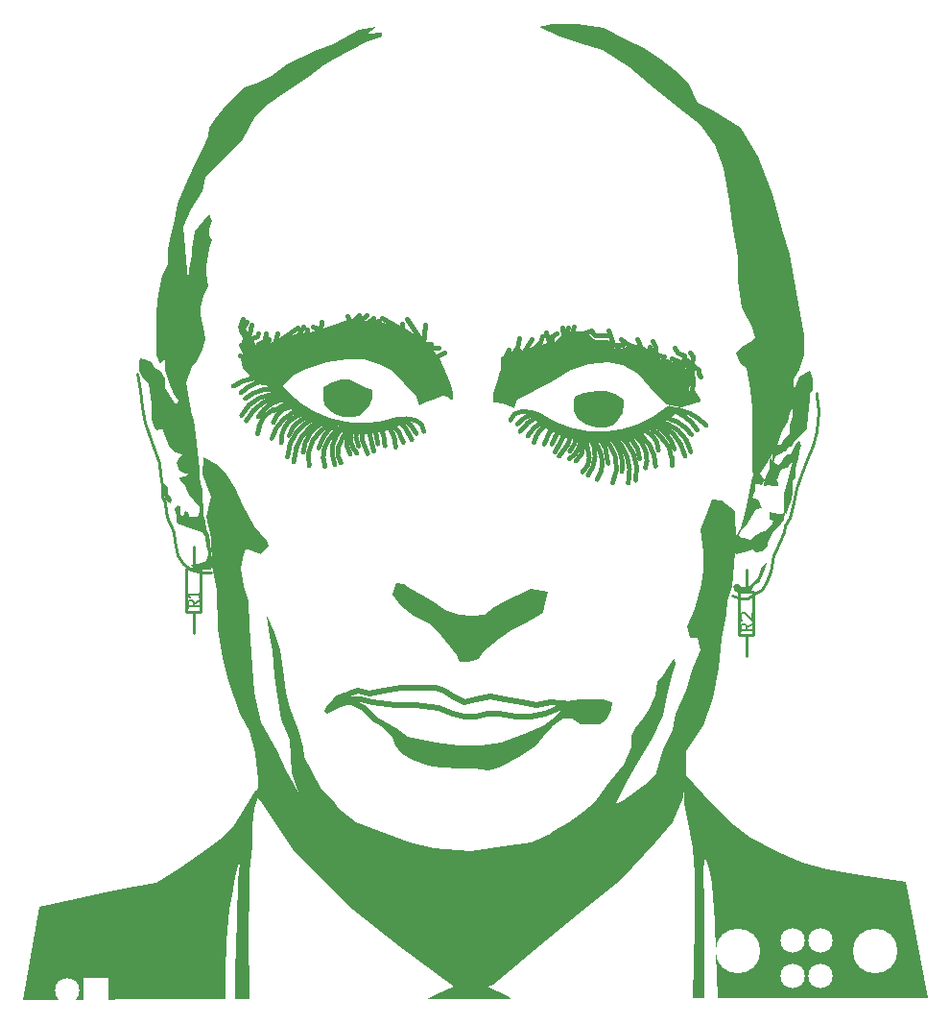
<source format=gto>
G04 start of page 2 for group 1 layer_idx 6 *
G04 Title: (unknown), top_silk *
G04 Creator: pcb-rnd 3.1.4-dev *
G04 CreationDate: 2024-02-11 09:55:08 UTC *
G04 For: STEM4ukraine *
G04 Format: Gerber/RS-274X *
G04 PCB-Dimensions: 334646 393701 *
G04 PCB-Coordinate-Origin: lower left *
%MOIN*%
%FSLAX25Y25*%
%LNTOP_SILK_NONE_1*%
%ADD44C,0.1550*%
%ADD43C,0.0850*%
%ADD42C,0.0070*%
%ADD41C,0.0800*%
%ADD40C,0.0150*%
%ADD39C,0.0200*%
%ADD38C,0.0100*%
%ADD37C,0.0001*%
G54D37*G36*
X263000Y212201D02*Y230701D01*
X262500Y237201D01*
X261000Y244701D01*
X259000Y246201D01*
X257500Y249701D01*
X259500Y252201D01*
X262500Y253701D01*
X264000Y255201D01*
X263000Y258701D01*
X259500Y265701D01*
X258000Y275201D01*
Y283201D01*
X256000Y294701D01*
X255000Y302701D01*
X253000Y314201D01*
X250000Y322201D01*
X245000Y329201D01*
X237500Y335201D01*
X229000Y341701D01*
X220500Y349201D01*
X211000Y355201D01*
X205500Y356701D01*
X195500Y360201D01*
X189000Y363201D01*
X193500Y364201D01*
X202500D01*
X211500Y362701D01*
X219000Y358701D01*
X225500Y355701D01*
X231500Y351701D01*
X237500Y347201D01*
X241000Y343201D01*
X244000Y336701D01*
X249500Y334201D01*
X259000Y328201D01*
X265000Y318201D01*
X270000Y305201D01*
X273500Y292701D01*
X276000Y284201D01*
X279000Y267201D01*
X281000Y256201D01*
Y249201D01*
X279500Y244201D01*
X277500Y240701D01*
Y236701D01*
X279500Y241701D01*
X283000Y243701D01*
X284000Y241201D01*
Y237201D01*
X281500Y234201D01*
X278500Y233201D01*
X276000Y229201D01*
X275500Y226201D01*
X273500Y222701D01*
X271500Y217201D01*
X268500Y212201D01*
X263500Y204701D01*
X263000Y212201D01*
G37*
G36*
X270500D02*X270000Y212701D01*
Y214701D01*
X270500Y216701D01*
X272000Y218201D01*
X273000D01*
X274000Y220201D01*
X275000Y220701D01*
X276000Y222201D01*
Y224701D01*
X277000Y227701D01*
Y231701D01*
X283000Y236701D01*
Y233701D01*
X282500Y228201D01*
X282000Y223701D01*
X280500Y221701D01*
X279000Y220701D01*
X277500Y218701D01*
X277000Y217701D01*
X275500Y217201D01*
X275000Y216201D01*
X274000Y215701D01*
X272500Y214701D01*
X271000Y214201D01*
X270500Y211701D01*
Y212201D01*
G37*
G36*
X267000Y204201D02*X267500Y205701D01*
X268000Y207701D01*
X269000Y209701D01*
Y212201D01*
X269500Y213701D01*
X270500Y212201D01*
X272000Y211201D01*
X273000Y211701D01*
X274000Y213701D01*
X275000Y214701D01*
X276500D01*
X277000Y216201D01*
X278000Y218201D01*
X279500Y219701D01*
X280000Y217701D01*
X279500Y215701D01*
X279000Y213201D01*
X278500Y211201D01*
X278000Y209701D01*
Y206701D01*
X277000Y205701D01*
Y201201D01*
X276500Y198201D01*
X275500Y195701D01*
X275000Y194201D01*
X274000Y195201D01*
Y201201D01*
X275500Y205701D01*
X276500Y209701D01*
X277000Y212201D01*
X276500Y211701D01*
X275500Y210201D01*
X273500Y209701D01*
X272500Y208201D01*
X272000Y206701D01*
X271500Y206201D01*
X272000Y204701D01*
Y203701D01*
X270000D01*
X269000Y204201D01*
X267000Y203701D01*
Y204201D01*
G37*
G36*
X265000Y208701D02*X266500Y207201D01*
X267500Y205701D01*
X266500Y204201D01*
X264500Y204701D01*
X264000Y203701D01*
Y202201D01*
X263000Y199701D01*
X265000Y199201D01*
X266500Y196201D01*
X264500Y195701D01*
X261500Y190701D01*
X259500Y188701D01*
X258500Y186701D01*
X259000Y185701D01*
X260000D01*
X262500Y185201D01*
X264500Y186701D01*
X266000Y187701D01*
X267500Y188201D01*
X270000Y190701D01*
X270500Y191701D01*
X269000Y192201D01*
Y194701D01*
X272000Y194201D01*
X273500D01*
X274500Y194701D01*
X274000Y192201D01*
X273000Y190701D01*
X270500Y188201D01*
X268500Y184201D01*
Y182701D01*
X266500Y181201D01*
X264500Y180701D01*
X263000Y181701D01*
X260000Y180701D01*
X257500Y180201D01*
X256500Y182201D01*
X257000Y185701D01*
X259000Y189201D01*
X260000Y192701D01*
X261000Y196701D01*
X262000Y201701D01*
X263000Y207201D01*
X265000Y208701D01*
G37*
G36*
X201500Y234701D02*X204500Y236201D01*
X209000Y236701D01*
X212000D01*
X215500Y235701D01*
X218500Y233701D01*
Y232201D01*
X218000Y229201D01*
X216500Y226701D01*
X215000Y225201D01*
X212500Y224201D01*
X209000D01*
X205500Y225201D01*
X202500Y227201D01*
X201000Y229701D01*
Y233201D01*
X201500Y234701D01*
G37*
G36*
X177500Y232201D02*X174500Y232701D01*
X173000D01*
Y235701D01*
X174500Y239701D01*
X175500Y243701D01*
X181000Y247701D01*
X188000Y251201D01*
X195000Y253701D01*
X202500Y254701D01*
X211000Y252701D01*
X217500Y249201D01*
X223500Y247701D01*
X231500Y244701D01*
X237500Y239701D01*
X242000Y236201D01*
X244000Y232701D01*
X238500Y231201D01*
X233000Y232201D01*
X227500Y238201D01*
X223500Y242701D01*
X218000Y245701D01*
X213000Y246701D01*
X206500Y246201D01*
X200000Y244201D01*
X193000Y239701D01*
X181500Y233701D01*
X180500Y230701D01*
X177500Y232201D01*
G37*
G36*
X115500Y124701D02*X114500Y125701D01*
X115500Y127701D01*
X117000Y129201D01*
X118000Y130701D01*
X121000Y132201D01*
X126000Y133201D01*
X123500Y132201D01*
X121000Y130701D01*
X121500Y129701D01*
X125000Y128201D01*
X123500Y127701D01*
X122000D01*
X120000Y127201D01*
X116000Y125201D01*
X115500Y124701D01*
G37*
G36*
X133500Y122201D02*X138000Y119201D01*
X143000Y115701D01*
X149500Y114201D01*
X160000Y112701D01*
X168000D01*
X176500Y113701D01*
X183500Y116701D01*
X192000Y120201D01*
X198000Y126201D01*
X193500Y120201D01*
X190500Y116701D01*
X188000Y113701D01*
X182000Y109701D01*
X175000Y106201D01*
X171500Y105201D01*
X166500Y105701D01*
X162000D01*
X155000Y106201D01*
X150500Y106701D01*
X145000Y108701D01*
X141500Y110701D01*
X139000Y113701D01*
X138000Y116701D01*
X132000Y122701D01*
X133500Y122201D01*
G37*
G36*
X154000Y27701D02*X156500Y28701D01*
X159500Y30201D01*
X171000D01*
X178000Y26701D01*
X179500Y25701D01*
X150000D01*
X152000Y26701D01*
X154000Y27701D01*
G37*
G36*
X256500Y168701D02*X257000Y169701D01*
X258000D01*
X259500Y168701D01*
X262000Y169201D01*
X263500Y170201D01*
X265000Y172201D01*
X266500Y175701D01*
X268500Y177701D01*
X267000Y174201D01*
X265500Y170201D01*
X264000Y169701D01*
X262500Y167201D01*
X261500Y166701D01*
X258500D01*
X257000Y167201D01*
X256500Y168701D01*
G37*
G36*
X194000Y122201D02*X198000Y125701D01*
X199500Y129201D01*
X198500D01*
X203000Y129701D01*
X211500D01*
X214500Y128701D01*
X214000Y126201D01*
X212500Y122701D01*
X210000Y121201D01*
X203500D01*
X200500Y123201D01*
X197500D01*
X194000Y121201D01*
Y122201D01*
G37*
G36*
X229000Y102201D02*X231000Y109201D01*
X232500Y113201D01*
X235500Y119201D01*
X236500Y124701D01*
X240000Y132701D01*
X242000Y139701D01*
X245000Y146701D01*
X244000Y151201D01*
X241500D01*
X240500Y155201D01*
X243000Y161201D01*
X245500Y169701D01*
X246000Y174701D01*
Y180701D01*
X245000Y188701D01*
X247000Y193701D01*
X249000Y199201D01*
X252500Y198701D01*
X257000Y195201D01*
X257500Y184701D01*
X256000Y168701D01*
X254500Y164201D01*
X254000Y159201D01*
X252500Y150701D01*
X251500Y140701D01*
X249500Y130201D01*
X246000Y120701D01*
X240000Y111701D01*
X229000Y102201D01*
G37*
G36*
X193500Y83701D02*X199500Y87201D01*
X204500Y90701D01*
X208500Y94201D01*
X212500Y99701D01*
X218500Y107201D01*
X221000Y113201D01*
Y117201D01*
X222500Y119701D01*
X225000Y123201D01*
X227000Y126201D01*
X229500Y131201D01*
X230000Y135701D01*
X232000Y138201D01*
X234500Y141701D01*
X236000Y144201D01*
X236500Y141701D01*
X235000Y137701D01*
X233500Y131201D01*
X232000Y124201D01*
X228000Y115701D01*
X223500Y108201D01*
X219500Y101201D01*
X215500Y93201D01*
X213000Y88701D01*
X210000Y83701D01*
X188000Y75201D01*
X189500Y77701D01*
X193500Y83701D01*
G37*
G36*
X125500Y87201D02*X136000Y83201D01*
X144000Y80201D01*
X152500Y78201D01*
X165500Y77201D01*
X176500Y78701D01*
X186500Y80201D01*
X194500Y83701D01*
X218500Y94701D01*
X227000Y101201D01*
X232500Y107201D01*
X240000Y112201D01*
Y104701D01*
X239000Y95701D01*
X235500Y87201D01*
X229500Y80201D01*
X217500Y67201D01*
X202500Y55201D01*
X191500Y46201D01*
X173000Y30701D01*
X170500Y29701D01*
X159500Y30201D01*
X140500Y44201D01*
X124500Y56701D01*
X103500Y77701D01*
X92000Y94701D01*
X119000Y92201D01*
X125500Y87201D01*
G37*
G36*
X86000Y178701D02*X85500Y175201D01*
X86500Y169201D01*
X88000Y163701D01*
X88500Y155201D01*
X89500Y141201D01*
X90000Y132201D01*
X92500Y121701D01*
X98000Y111701D01*
X101000Y105201D01*
X108000Y92701D01*
X106500Y88701D01*
X96000Y89701D01*
X91000Y95701D01*
X91500Y101701D01*
X90500Y111201D01*
X88500Y118701D01*
X85000Y124701D01*
X81000Y136201D01*
X79000Y144201D01*
X77500Y154201D01*
X77000Y167701D01*
X75500Y176201D01*
X75000Y185701D01*
X73500Y193201D01*
X75000Y200201D01*
X72000Y207701D01*
X72500Y213701D01*
X77500Y211201D01*
X80500Y207701D01*
X83500Y203201D01*
X86000Y197201D01*
X90000Y189701D01*
X94500Y184701D01*
X95000Y183201D01*
X92500Y180201D01*
X87000Y182201D01*
X86000Y178701D01*
G37*
G36*
X97000Y153201D02*X99000Y147201D01*
X100000Y140201D01*
X101000Y132201D01*
X102500Y126701D01*
X105500Y119201D01*
X107000Y113201D01*
X107500Y109701D01*
X110000Y104701D01*
X113000Y99201D01*
X117500Y94701D01*
X119500Y91701D01*
X120000Y85701D01*
X110500Y90201D01*
X107000Y92701D01*
X103000Y104201D01*
X102500Y115701D01*
X99500Y122701D01*
X98000Y131201D01*
X97000Y138201D01*
X96500Y146701D01*
X95500Y151701D01*
X94500Y158701D01*
X97000Y153201D01*
G37*
G36*
X160500Y145201D02*X158000Y148201D01*
X155000Y151701D01*
X151500Y155701D01*
X145500Y158701D01*
X141000Y162201D01*
X138000Y166201D01*
X139500Y170201D01*
X142000Y169701D01*
X144500Y168201D01*
X148000Y166201D01*
X152000Y163701D01*
X156500Y160701D01*
X161000Y159201D01*
X166000Y158701D01*
X170000Y159201D01*
X173500Y161701D01*
X177000Y163701D01*
X186000Y168201D01*
X192000Y167201D01*
X191000Y163201D01*
X190500Y159701D01*
X184000Y156201D01*
X179500Y153701D01*
X175000Y150701D01*
X169500Y146201D01*
X168000Y143701D01*
X164500Y142701D01*
X161500D01*
X160500Y145201D01*
G37*
G36*
X69000Y208201D02*X66000D01*
X64000Y209201D01*
X63000Y211701D01*
X64000Y213701D01*
X65000Y214701D01*
X62000Y215701D01*
X60500Y217701D01*
X59000Y221201D01*
X58000Y223701D01*
X56000Y223201D01*
X55500Y224201D01*
X54500Y227201D01*
Y232201D01*
X54000Y234701D01*
X53500Y239201D01*
X51000Y241701D01*
X50000Y243701D01*
Y246701D01*
X50500Y248201D01*
X52000Y247701D01*
X54500Y246701D01*
X55500Y244701D01*
X57500Y243701D01*
X59000Y241201D01*
Y237701D01*
X62000Y233201D01*
X63000Y232201D01*
X64000Y233701D01*
X67500Y231701D01*
X69000Y226701D01*
X70000Y218701D01*
X71000Y209701D01*
X69000Y208201D01*
G37*
G36*
X70500Y176701D02*X73500Y177701D01*
X74000Y179701D01*
Y181201D01*
X73500Y182701D01*
X73000Y186201D01*
X72000Y187701D01*
X71000Y188201D01*
X68000Y189201D01*
X66000Y189701D01*
X65500Y190201D01*
X63500Y190701D01*
X63000Y191701D01*
Y193701D01*
X62500Y195701D01*
X63500Y197201D01*
X64500Y196701D01*
Y194201D01*
X65500Y193201D01*
X66000Y195201D01*
X67000Y194701D01*
X67500Y193701D01*
Y193201D01*
X70500D01*
X71000Y194701D01*
Y196701D01*
X69000Y198701D01*
X67500Y200701D01*
X66500Y202701D01*
X66000Y204201D01*
X64500Y205701D01*
X64000Y206701D01*
X66000Y207201D01*
X67500Y208201D01*
X68500Y209201D01*
X71000Y209701D01*
Y207201D01*
X71500Y204701D01*
X72000Y202701D01*
Y199201D01*
X72500Y196701D01*
Y193701D01*
X73000Y191701D01*
X73500Y188701D01*
X74500Y186701D01*
X75500Y178201D01*
Y176201D01*
X75000Y174701D01*
X72500D01*
X70000Y175201D01*
X68000Y176201D01*
X67500D01*
X70500Y176701D01*
G37*
G36*
X59500Y198701D02*X59000Y199701D01*
X58500Y201201D01*
Y205201D01*
X60000Y203201D01*
Y201201D01*
X61000Y200201D01*
X61500Y198701D01*
X61000Y197701D01*
X59500Y198701D01*
G37*
G36*
X41732Y25638D02*X9646D01*
X15354Y57724D01*
X38583Y62843D01*
X41732Y25638D01*
G37*
G36*
X90000Y91701D02*X89500Y85701D01*
Y79201D01*
X88500Y69701D01*
Y62201D01*
X88000Y50201D01*
Y42201D01*
X88500Y33201D01*
Y25701D01*
X83500D01*
Y35201D01*
X84000Y53201D01*
X84500Y66701D01*
X85000Y73201D01*
X84500Y72201D01*
X83500Y68201D01*
X82500Y61701D01*
X81500Y56701D01*
X80500Y45701D01*
X80000Y34701D01*
Y25701D01*
X22500D01*
Y59201D01*
X38000Y62701D01*
X48500Y64701D01*
X56000Y66201D01*
X64000Y71201D01*
X74000Y78201D01*
X79500Y82201D01*
X83000Y86201D01*
X89000Y95701D01*
X90500Y98201D01*
X91500D01*
X91000Y95201D01*
X90000Y91701D01*
G37*
G36*
X146500Y234701D02*X138000Y243701D01*
X133500Y246201D01*
X128000Y247701D01*
X122000D01*
X115000Y246701D01*
X107500Y244201D01*
X103500Y242201D01*
X100500Y239201D01*
X99000Y235201D01*
X97500Y236701D01*
X94000Y238701D01*
X91000Y239201D01*
X86000Y244701D01*
X85500Y248201D01*
X88500Y247701D01*
X93000Y250701D01*
X96500Y253701D01*
X102500Y256201D01*
X109500Y257201D01*
X116000Y259201D01*
X123500Y261701D01*
X133500Y260701D01*
X142000Y258701D01*
X150500Y253201D01*
X154500Y248201D01*
X157000Y242201D01*
X158500Y238701D01*
X159000Y236201D01*
Y233701D01*
X158500D01*
X157500Y234701D01*
X155500Y235201D01*
X153000Y234201D01*
X150000Y233201D01*
X147500Y231701D01*
X146500Y234701D01*
G37*
G36*
X67000Y274701D02*X67500Y279201D01*
X68500Y283701D01*
Y286201D01*
X69500Y292201D01*
X72500Y295701D01*
X74500Y298201D01*
X75500Y295701D01*
X74500Y293201D01*
Y290701D01*
X75500Y289201D01*
X74500Y286201D01*
X73500Y280201D01*
Y277701D01*
X74000Y273201D01*
X72500Y269701D01*
X71500Y265701D01*
Y263201D01*
X72500Y258701D01*
X73000Y254701D01*
X72000Y251201D01*
X70000Y247201D01*
X68500Y245201D01*
X66500Y239701D01*
X67000Y235701D01*
X68000Y230201D01*
X63500Y233701D01*
X62000Y235701D01*
X60500Y239701D01*
X59000Y244201D01*
Y248201D01*
X57500Y246201D01*
X56000Y249201D01*
Y263201D01*
X56500Y268201D01*
X57000Y272201D01*
X58000Y276701D01*
X60000Y280701D01*
Y286201D01*
X61000Y290701D01*
X62500Y296201D01*
X63500Y301701D01*
X66000Y308201D01*
X69000Y314701D01*
X72000Y320701D01*
X74000Y325201D01*
X74500Y328201D01*
X76500Y331201D01*
X80500Y336201D01*
X86500Y342201D01*
X91500Y343701D01*
X96000Y346201D01*
X101500Y350201D01*
X111000Y354701D01*
X117500Y357201D01*
X126500Y362201D01*
X132500Y363201D01*
X129500Y360701D01*
X134500Y361201D01*
Y359701D01*
X129500Y358201D01*
X123000Y354701D01*
X118000Y352201D01*
X114000Y349701D01*
X109500Y346201D01*
X100500Y340201D01*
X94000Y335701D01*
X90500Y332201D01*
X86000Y324201D01*
X77000Y315201D01*
X73000Y310701D01*
X72000Y306201D01*
X68000Y299701D01*
X65500Y293701D01*
X67000Y274701D01*
G37*
G36*
X117000Y239701D02*X120000Y240701D01*
X123000D01*
X126500Y239201D01*
X128500Y238201D01*
X131000Y237201D01*
Y234201D01*
X130000Y231701D01*
X128500Y229701D01*
X126500Y228201D01*
X124000Y227701D01*
X121000D01*
X118000Y228701D01*
X116000Y230201D01*
X114500Y232201D01*
X114000Y234201D01*
Y238201D01*
X117000Y239701D01*
G37*
G36*
X316535Y66386D02*X324016Y26228D01*
X292520D01*
X300787Y68748D01*
X316535Y66386D01*
G37*
G36*
X246000Y96701D02*X255500Y87201D01*
X262500Y81701D01*
X272000Y76701D01*
X280500Y73201D01*
X289000Y70701D01*
X304500Y68201D01*
X308000Y67701D01*
Y26201D01*
X251000D01*
X250500Y41701D01*
X250000Y52701D01*
X249000Y65701D01*
X248000Y71201D01*
X247000Y74201D01*
X246500D01*
X246000Y69701D01*
X246500Y58701D01*
Y26201D01*
X242500D01*
X243000Y51201D01*
Y69201D01*
X242500Y78201D01*
X240500Y88701D01*
X239500Y93701D01*
Y99201D01*
X239000Y104201D01*
X239500D01*
X246000Y96701D01*
G37*
G54D38*X65500Y176701D02*X63500Y179701D01*
X62500Y184701D01*
X62000Y187701D01*
X61000Y190201D01*
X75000Y173701D02*X72000D01*
X68000Y174701D01*
X65500Y176701D01*
X71500Y175201D02*X66500D01*
X69000Y152701D02*Y160201D01*
X66500D02*X71500D01*
X66500D02*Y175201D01*
X71500D02*Y160201D01*
G54D39*X188000Y127701D02*X193000Y128701D01*
X183000D02*X188000Y127701D01*
X186000Y123701D02*X191000Y124701D01*
X184000Y116701D02*X191000Y119701D01*
X196000Y126701D02*X198000D01*
X195000Y122701D02*X198000Y125701D01*
X191000Y119701D02*X195000Y122701D01*
X198000Y126701D02*Y125701D01*
X193000Y128701D02*X200000Y128201D01*
X191000Y124701D02*X198500Y127701D01*
X181000Y123701D02*X186000D01*
X175000Y124701D02*X181000Y123701D01*
X176000Y113701D02*X184000Y116701D01*
X169000Y112701D02*X176000Y113701D01*
X171000Y124701D02*X175000D01*
X167000Y123701D02*X171000Y124701D01*
X177000Y129701D02*X183000Y128701D01*
G54D38*X258500Y152201D02*Y167201D01*
X263500D02*Y152201D01*
X261000Y144701D02*Y152201D01*
Y167201D02*Y174701D01*
X258500Y152201D02*X263500D01*
Y167201D02*X258500D01*
G54D39*X172000Y130701D02*X177000Y129701D01*
X167000D02*X172000Y130701D01*
X127000Y129701D02*X120000D01*
X130000Y131701D02*X135000Y132701D01*
X126000D02*X130000Y131701D01*
X123000D02*X126000Y132701D01*
X120000Y129701D02*X123000Y131701D01*
X153000Y133701D02*X156000Y132701D01*
X141000Y133701D02*X153000D01*
X135000Y132701D02*X141000Y133701D01*
X163000Y128701D02*X167000Y129701D01*
X159000Y130701D02*X163000Y128701D01*
X156000Y132701D02*X159000Y130701D01*
X131000Y128701D02*X127000Y129701D01*
X124000Y128701D02*X128000Y126701D01*
X120000Y129701D02*X124000Y128701D01*
X132000Y122701D02*X128000Y126701D01*
X139000Y127701D02*X131000Y128701D01*
X139000Y118701D02*X132000Y122701D01*
X143000Y115701D02*X139000Y118701D01*
X153000Y113701D02*X143000Y115701D01*
X161000Y112701D02*X153000Y113701D01*
X161000Y112701D02*X169000D01*
X146000Y127701D02*X139000D01*
X154000Y126701D02*X146000Y127701D01*
X159000Y124701D02*X154000Y126701D01*
X163000Y123701D02*X159000Y124701D01*
X163000Y123701D02*X167000D01*
G54D38*X61000Y190201D02*X60000Y192201D01*
X59500Y194701D01*
X59000Y198201D01*
G54D40*X85000Y249201D02*X87750Y248201D01*
X96655Y230325D02*X102281Y233231D01*
X91707Y224676D02*X91060Y222262D01*
G54D38*X282000Y213201D02*X280000Y207701D01*
X278500Y203201D01*
G54D40*X156000Y250201D02*X153500Y248701D01*
X231683Y220438D02*X227000Y224701D01*
X235000Y213701D02*Y211201D01*
X198500Y223201D02*X194500Y215701D01*
X129422Y224406D02*X131344Y216126D01*
G54D38*X286000Y229701D02*X285500Y222701D01*
X284000Y217701D01*
X278500Y203201D02*X277500Y198201D01*
G54D40*X85000Y259201D02*X88026Y255674D01*
X86000Y261701D02*X85000Y259201D01*
X85500Y257701D02*X87500Y260701D01*
X89000Y259701D02*X88500Y256701D01*
X90315Y250016D02*X87250Y254451D01*
X87500Y254534D02*X85500Y257701D01*
X88500Y256701D02*X87500Y254534D01*
X89000Y248201D02*X90315Y250016D01*
X86781Y252982D02*X89000Y248201D01*
X91675Y248875D02*X86781Y252982D01*
X91500Y253201D02*X93583Y254201D01*
X88026Y255674D02*X91500Y249201D01*
X91000Y255701D02*X91500Y256701D01*
X86500Y254201D02*X91000Y255701D01*
X93583Y254201D02*X91675Y248875D01*
X91500Y249201D02*Y253201D01*
X88000Y247701D02*X86500Y254201D01*
X85500Y252701D02*X88000Y247701D01*
X95000Y254701D02*X94500Y251201D01*
X97000Y253201D02*X105000Y258701D01*
X98000Y256701D02*X97000Y253201D01*
X107000Y259201D02*X105000Y255701D01*
X113000Y258201D02*X113500Y260701D01*
X110500Y259201D02*X113000Y258201D01*
X108500D02*X108000Y256201D01*
X129000Y260201D02*X133500Y261201D01*
X141500Y258201D02*Y260201D01*
X134500Y262201D02*X141500Y258201D01*
X154000Y251701D02*X151000D01*
X148844Y253201D02*X151500D01*
X149500Y259701D02*X148844Y253201D01*
X148500Y253701D02*X143000Y261701D01*
X131500Y262201D02*X129000Y260201D01*
Y263201D02*X125500Y260201D01*
X126500Y263201D02*X123500Y260201D01*
X122500Y262701D01*
X94000Y256701D02*X93000Y250701D01*
X187500Y251701D02*X183174Y249527D01*
X189500Y253701D02*X187500Y251701D01*
X190000Y255701D02*X189500Y253701D01*
X183174Y249527D02*X192643Y253201D01*
X193500Y255701D02*Y253701D01*
X192500D02*X193000Y252201D01*
X191500Y257201D02*X192500Y253701D01*
X182000Y250701D02*X179500Y246201D01*
X182000Y247701D02*Y250701D01*
X178000Y245201D02*X180000Y250201D01*
X178500Y251201D02*X178000Y245201D01*
X176500Y247201D02*X178500Y251201D01*
X176500Y243201D02*Y248201D01*
X186500Y254701D02*X182000Y247701D01*
X181500Y251701D02*X182000Y255201D01*
X180000Y250201D02*X181500Y251701D01*
G54D39*X204000Y254701D02*X197500Y254201D01*
G54D40*X200500Y255701D01*
X195000Y256701D02*X193500Y255701D01*
X192500Y251201D02*X197000Y255451D01*
X199000Y258701D02*X197500Y254201D01*
X200500Y257201D02*X197500Y255701D01*
X201000Y259201D02*X200500Y257201D01*
X197500Y255701D02*X197000Y258701D01*
G54D39*X211000Y252701D02*X204000Y254701D01*
G54D40*X213643Y256201D02*X208500D01*
X214500Y254201D02*X213000Y257701D01*
G54D39*X217500Y249201D02*X211000Y252701D01*
G54D40*X215500D02*X217000Y250701D01*
X214000Y252701D02*X218000D01*
X212500Y253701D02*X214000Y252701D01*
X217500Y254701D02*X220000Y252701D01*
X207500Y253701D02*X212500D01*
X205000Y256901D02*X207500Y253701D01*
X204500Y256701D02*X200400Y256801D01*
X207000Y257701D02*X204500Y256701D01*
X208500Y256201D02*X207000Y257701D01*
X219000Y251201D02*X220500Y252301D01*
X217000Y250701D02*X219000Y251201D01*
X220000Y252701D02*X223500Y251701D01*
G54D41*X221500Y248701D02*X224000Y247201D01*
G54D40*X225500Y251034D02*X226000Y248701D01*
X227500Y252201D02*X228500Y246201D01*
X226000Y250701D02*X228000Y251201D01*
X224500Y251701D02*X226000Y250701D01*
X223000Y254701D02*X224500Y251701D01*
X229500Y252201D02*Y248701D01*
X228000Y251201D02*X230500Y249201D01*
X228500Y254201D02*X229500Y252201D01*
X200500Y255701D02*X205746Y255946D01*
G54D38*X285500Y236201D02*Y235201D01*
X286000Y229701D01*
X284000Y217701D02*X282000Y213201D01*
G54D40*X233500Y247201D02*X235000Y246201D01*
X231500Y247201D02*X233500D01*
X235000Y248201D02*X237500Y247201D01*
G54D41*X236500Y242201D02*X229500Y243701D01*
G54D40*X235000Y246201D02*X240500Y247401D01*
X237500Y247201D02*X238000Y245201D01*
X240500Y243701D02*Y240701D01*
X238000Y245201D02*X241444Y246645D01*
X242500Y248701D02*X242000Y246201D01*
X241500Y250201D02*X242500Y248701D01*
X239500Y249201D02*Y248201D01*
X242000Y246201D02*X240500Y243701D01*
X242500Y239701D02*X242000Y243701D01*
G54D41*X238500Y240701D02*X236500Y242201D01*
G54D40*X241444Y246645D02*X238500Y237701D01*
X240500Y240701D02*X240000Y237201D01*
X242000Y236701D02*X242500Y239701D01*
X244000Y233701D02*X242000Y236701D01*
X244500Y242701D02*X245000Y241701D01*
X244500Y244201D02*Y242701D01*
X239500Y248201D02*X244500Y244201D01*
X237000Y250201D02*X239500Y249201D01*
X236000Y251701D02*X237000Y250201D01*
X226000Y248701D02*X231500Y247201D01*
X230500Y249201D02*X232500Y248701D01*
G54D38*X277500Y198201D02*X276000Y192701D01*
X274500Y190201D01*
X274000Y187701D01*
X69000Y175201D02*Y182701D01*
X274000Y187701D02*X272500Y184201D01*
X271500Y181701D01*
X270500Y179701D01*
X269500Y174201D01*
X268000Y170701D01*
X266500Y167701D01*
X264500Y166701D01*
X261500Y164701D01*
X259000D01*
X256000Y165701D01*
X57500Y207701D02*X57000Y211701D01*
X54500Y219201D01*
X52000Y225701D01*
X51000Y231201D01*
X59000Y198201D02*X58000Y200201D01*
Y204201D01*
X57500Y207701D01*
X51000Y231201D02*X50500Y237201D01*
X49500Y242701D01*
G54D40*X96848Y240554D02*G75*G03X85478Y236176I-760J-14981D01*G01*
X97073Y240838D02*G75*G03X82884Y238527I-4529J-16904D01*G01*
X99677Y237035D02*G75*G03X87022Y234209I-3623J-13523D01*G01*
X91501Y227843D02*G75*G02X101907Y234194I11185J-6626D01*G01*
X91707Y224676D02*G75*G02X96655Y230325I8210J-2200D01*G01*
X96701Y225926D02*G75*G02X105886Y231230I7244J-1941D01*G01*
G54D39*X117891Y223872D02*G75*G02X94859Y240476I10353J38637D01*G01*
G54D40*X99491Y218824D02*G75*G02X111423Y228711I9473J711D01*G01*
X96243Y220355D02*G75*G02X106959Y230447I13523J-3623D01*G01*
G54D39*X140152Y226902D02*G75*G02X96844Y240959I-12650J34770D01*G01*
G54D40*X87308Y226414D02*G75*G02X101589Y235039I13894J-6870D01*G01*
X85677Y228316D02*G75*G02X100738Y235198I11696J-5675D01*G01*
X101630Y213830D02*G75*G02X112675Y227813I14992J-488D01*G01*
X103861Y212219D02*G75*G02X114113Y227096I16495J-395D01*G01*
X109156Y210909D02*G75*G02X117489Y225512I12201J2717D01*G01*
X120745Y224139D02*G75*G03X118108Y211260I7926J-8332D01*G01*
X123816Y222802D02*G75*G03X125792Y215171I7727J-2071D01*G01*
X122332Y221129D02*G75*G03X123415Y214911I7244J-1941D01*G01*
X119236Y217300D02*G75*G02X124499Y224547I12074J-3235D01*G01*
X119236Y217300D02*G75*G03X120236Y211824I6279J-1682D01*G01*
X112440Y217050D02*G75*G02X118478Y225705I14972J-4012D01*G01*
X114371Y216533D02*G75*G03X114694Y210630I9176J-2459D01*G01*
X114371Y216533D02*G75*G02X122399Y224886I11591J-3106D01*G01*
X125653Y223863D02*G75*G03X126360Y217669I8210J-2200D01*G01*
X127228Y224447D02*G75*G03X129482Y215051I16976J-897D01*G01*
X133026Y218455D02*G75*G03X131313Y224655I-16947J-1345D01*G01*
X135520Y217754D02*G75*G03X133402Y225087I-12998J219D01*G01*
X107087Y215523D02*G75*G02X114997Y226266I12468J-897D01*G01*
G54D39*X117891Y223872D02*G75*G03X140992Y225998I8670J32359D01*G01*
G54D40*X102203Y221346D02*G75*G02X113225Y227710I8693J-2329D01*G01*
X139179Y217308D02*G75*G03X135477Y225515I-9991J431D01*G01*
X140316Y226541D02*G75*G02X144838Y219816I-12293J-13149D01*G01*
X137341Y225471D02*G75*G02X141883Y218967I-5255J-8508D01*G01*
X146076Y226673D02*G75*G03X140128Y227115I-4141J-15455D01*G01*
X140988Y227001D02*G75*G02X146409Y222080I-2071J-7727D01*G01*
X146076Y226673D02*G75*G02X149040Y222742I-1035J-3864D01*G01*
X188529Y228083D02*G75*G03X182421Y222758I8471J-15882D01*G01*
X191127Y226279D02*G75*G03X185056Y221173I2873J-9578D01*G01*
X187238Y218870D02*G75*G02X192939Y225839I9762J-2169D01*G01*
X183000Y229701D02*G75*G02X188860Y228589I0J-16000D01*G01*
G54D39*X209500Y219701D02*G75*G02X187737Y227733I0J33500D01*G01*
G54D40*X193479Y218386D02*G75*G02X196738Y223931I16021J-5685D01*G01*
X190888Y218354D02*G75*G02X194832Y224889I12612J-3153D01*G01*
X188000Y228701D02*G75*G03X181490Y225351I0J-8000D01*G01*
X183000Y229701D02*G75*G03X179119Y226671I0J-4000D01*G01*
G54D39*X209500Y219701D02*G75*G03X236045Y229778I0J40000D01*G01*
G54D40*X230500Y227701D02*G75*G02X241993Y221696I0J-14000D01*G01*
X236019Y216706D02*G75*G03X227611Y225534I-12519J-3505D01*G01*
X234143Y230368D02*G75*G02X243993Y223197I-3143J-14667D01*G01*
X234000Y230701D02*G75*G02X247107Y224796I0J-17500D01*G01*
X235000Y213701D02*G75*G03X231683Y220438I-8500J0D01*G01*
X239699Y214241D02*G75*G03X228137Y226268I-15199J-3040D01*G01*
X241766Y215656D02*G75*G03X229000Y226201I-12766J-2455D01*G01*
X230500Y216201D02*G75*G03X223000Y223701I-7500J0D01*G01*
G54D39*X188782Y228389D02*G75*G03X234252Y230758I21218J30312D01*G01*
G54D40*X224000Y213201D02*G75*G03X215000Y222201I-9000J0D01*G01*
X217775Y208840D02*G75*G03X212915Y221264I-12275J2361D01*G01*
X220036Y204813D02*G75*G03X213984Y221837I-16036J3887D01*G01*
X214582Y204919D02*G75*G03X210312Y221181I-11082J5782D01*G01*
X213000Y211701D02*G75*G03X209407Y221624I-15500J0D01*G01*
X211000Y211701D02*G75*G02X209161Y206083I-9500J0D01*G01*
X225967Y210062D02*G75*G03X217000Y222701I-8967J3138D01*G01*
X222608Y205792D02*G75*G03X215558Y222157I-14608J3408D01*G01*
X229500Y210701D02*G75*G03X221761Y223223I-14000J0D01*G01*
X206813Y220697D02*G75*G02X206026Y207575I-9813J-5997D01*G01*
X206500Y213701D02*G75*G02X204116Y208670I-6500J0D01*G01*
X211000Y211701D02*G75*G03X205408Y221847I-12000J0D01*G01*
X203500Y220201D02*G75*G02X199616Y213341I-8000J0D01*G01*
X202000Y221701D02*G75*G02X199714Y215901I-8500J0D01*G01*
X200630Y222673D02*G75*G02X196021Y214180I-16630J3528D01*G01*
X204500Y218201D02*G75*G02X201845Y212475I-7500J0D01*G01*
X206500Y213701D02*G75*G03X203291Y222063I-12500J0D01*G01*
G54D42*X67000Y161501D02*Y163501D01*
X67500Y164001D01*
X68500D01*
X69000Y163501D02*X68500Y164001D01*
X69000Y162001D02*Y163501D01*
X67000Y162001D02*X71000D01*
X69000Y162801D02*X71000Y164001D01*
X67800Y165201D02*X67000Y166001D01*
X71000D01*
Y165201D02*Y166701D01*
X259016Y153472D02*Y155472D01*
X259516Y155972D01*
X260516D01*
X261016Y155472D02*X260516Y155972D01*
X261016Y153972D02*Y155472D01*
X259016Y153972D02*X263016D01*
X261016Y154772D02*X263016Y155972D01*
X259516Y157172D02*X259016Y157672D01*
Y159172D01*
X259516Y159672D01*
X260516D01*
X263016Y157172D02*X260516Y159672D01*
X263016Y157172D02*Y159672D01*
%LPC*%
G54D37*G36*
X30701Y33071D02*X39362D01*
Y24409D01*
X30701D01*
Y33071D01*
G37*
G54D43*X25000Y28701D03*
G54D44*X258220Y42559D03*
G54D43*X277000Y46299D03*
G54D44*X305622Y42559D03*
G54D43*X286843Y33701D03*
X277000D03*
X286843Y46299D03*
M02*

</source>
